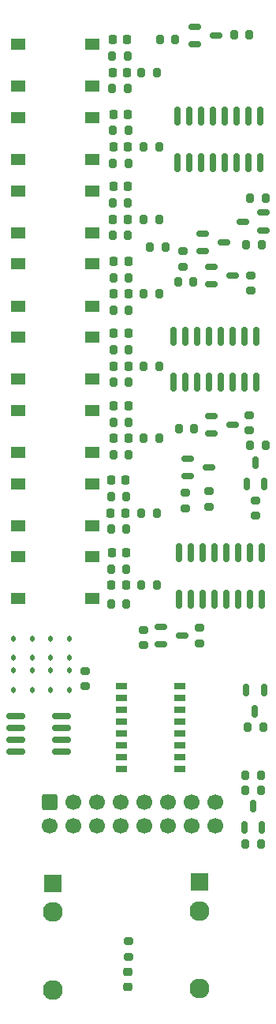
<source format=gbr>
%TF.GenerationSoftware,KiCad,Pcbnew,(7.0.0)*%
%TF.CreationDate,2023-03-14T07:08:31-07:00*%
%TF.ProjectId,wisseq,77697373-6571-42e6-9b69-6361645f7063,rev?*%
%TF.SameCoordinates,Original*%
%TF.FileFunction,Soldermask,Top*%
%TF.FilePolarity,Negative*%
%FSLAX46Y46*%
G04 Gerber Fmt 4.6, Leading zero omitted, Abs format (unit mm)*
G04 Created by KiCad (PCBNEW (7.0.0)) date 2023-03-14 07:08:31*
%MOMM*%
%LPD*%
G01*
G04 APERTURE LIST*
G04 Aperture macros list*
%AMRoundRect*
0 Rectangle with rounded corners*
0 $1 Rounding radius*
0 $2 $3 $4 $5 $6 $7 $8 $9 X,Y pos of 4 corners*
0 Add a 4 corners polygon primitive as box body*
4,1,4,$2,$3,$4,$5,$6,$7,$8,$9,$2,$3,0*
0 Add four circle primitives for the rounded corners*
1,1,$1+$1,$2,$3*
1,1,$1+$1,$4,$5*
1,1,$1+$1,$6,$7*
1,1,$1+$1,$8,$9*
0 Add four rect primitives between the rounded corners*
20,1,$1+$1,$2,$3,$4,$5,0*
20,1,$1+$1,$4,$5,$6,$7,0*
20,1,$1+$1,$6,$7,$8,$9,0*
20,1,$1+$1,$8,$9,$2,$3,0*%
G04 Aperture macros list end*
%ADD10RoundRect,0.250000X-0.600000X0.600000X-0.600000X-0.600000X0.600000X-0.600000X0.600000X0.600000X0*%
%ADD11C,1.700000*%
%ADD12R,1.300000X0.800000*%
%ADD13RoundRect,0.150000X-0.825000X-0.150000X0.825000X-0.150000X0.825000X0.150000X-0.825000X0.150000X0*%
%ADD14RoundRect,0.150000X-0.150000X0.825000X-0.150000X-0.825000X0.150000X-0.825000X0.150000X0.825000X0*%
%ADD15RoundRect,0.150000X0.150000X-0.825000X0.150000X0.825000X-0.150000X0.825000X-0.150000X-0.825000X0*%
%ADD16R,1.550000X1.300000*%
%ADD17RoundRect,0.200000X0.275000X-0.200000X0.275000X0.200000X-0.275000X0.200000X-0.275000X-0.200000X0*%
%ADD18RoundRect,0.200000X-0.200000X-0.275000X0.200000X-0.275000X0.200000X0.275000X-0.200000X0.275000X0*%
%ADD19RoundRect,0.200000X0.200000X0.275000X-0.200000X0.275000X-0.200000X-0.275000X0.200000X-0.275000X0*%
%ADD20RoundRect,0.200000X-0.275000X0.200000X-0.275000X-0.200000X0.275000X-0.200000X0.275000X0.200000X0*%
%ADD21RoundRect,0.150000X-0.150000X0.512500X-0.150000X-0.512500X0.150000X-0.512500X0.150000X0.512500X0*%
%ADD22RoundRect,0.150000X0.150000X-0.512500X0.150000X0.512500X-0.150000X0.512500X-0.150000X-0.512500X0*%
%ADD23RoundRect,0.150000X-0.512500X-0.150000X0.512500X-0.150000X0.512500X0.150000X-0.512500X0.150000X0*%
%ADD24RoundRect,0.150000X0.512500X0.150000X-0.512500X0.150000X-0.512500X-0.150000X0.512500X-0.150000X0*%
%ADD25R,1.930000X1.830000*%
%ADD26C,2.130000*%
%ADD27RoundRect,0.218750X-0.256250X0.218750X-0.256250X-0.218750X0.256250X-0.218750X0.256250X0.218750X0*%
%ADD28RoundRect,0.112500X-0.112500X0.187500X-0.112500X-0.187500X0.112500X-0.187500X0.112500X0.187500X0*%
%ADD29RoundRect,0.112500X0.112500X-0.187500X0.112500X0.187500X-0.112500X0.187500X-0.112500X-0.187500X0*%
%ADD30RoundRect,0.218750X0.218750X0.256250X-0.218750X0.256250X-0.218750X-0.256250X0.218750X-0.256250X0*%
%ADD31RoundRect,0.225000X0.225000X0.250000X-0.225000X0.250000X-0.225000X-0.250000X0.225000X-0.250000X0*%
G04 APERTURE END LIST*
D10*
%TO.C,J1*%
X26110000Y-114247500D03*
D11*
X26110000Y-116787500D03*
X28650000Y-114247500D03*
X28650000Y-116787500D03*
X31190000Y-114247500D03*
X31190000Y-116787500D03*
X33730000Y-114247500D03*
X33730000Y-116787500D03*
X36270000Y-114247500D03*
X36270000Y-116787500D03*
X38810000Y-114247500D03*
X38810000Y-116787500D03*
X41350000Y-114247500D03*
X41350000Y-116787500D03*
X43890000Y-114247500D03*
X43890000Y-116787500D03*
%TD*%
D12*
%TO.C,U5*%
X33849999Y-101799999D03*
X33849999Y-103079999D03*
X33849999Y-104339999D03*
X33849999Y-105609999D03*
X33849999Y-106889999D03*
X33849999Y-108159999D03*
X33849999Y-109419999D03*
X33849999Y-110699999D03*
X40149999Y-110699999D03*
X40149999Y-109419999D03*
X40149999Y-108159999D03*
X40149999Y-106889999D03*
X40149999Y-105609999D03*
X40149999Y-104339999D03*
X40149999Y-103079999D03*
X40149999Y-101799999D03*
%TD*%
D13*
%TO.C,U4*%
X22500000Y-105000000D03*
X22500000Y-106270000D03*
X22500000Y-107540000D03*
X22500000Y-108810000D03*
X27450000Y-108810000D03*
X27450000Y-107540000D03*
X27450000Y-106270000D03*
X27450000Y-105000000D03*
%TD*%
D14*
%TO.C,U3*%
X48945000Y-87525000D03*
X47675000Y-87525000D03*
X46405000Y-87525000D03*
X45135000Y-87525000D03*
X43865000Y-87525000D03*
X42595000Y-87525000D03*
X41325000Y-87525000D03*
X40055000Y-87525000D03*
X40055000Y-92475000D03*
X41325000Y-92475000D03*
X42595000Y-92475000D03*
X43865000Y-92475000D03*
X45135000Y-92475000D03*
X46405000Y-92475000D03*
X47675000Y-92475000D03*
X48945000Y-92475000D03*
%TD*%
D15*
%TO.C,U2*%
X39480000Y-69225000D03*
X40750000Y-69225000D03*
X42020000Y-69225000D03*
X43290000Y-69225000D03*
X44560000Y-69225000D03*
X45830000Y-69225000D03*
X47100000Y-69225000D03*
X48370000Y-69225000D03*
X48370000Y-64275000D03*
X47100000Y-64275000D03*
X45830000Y-64275000D03*
X44560000Y-64275000D03*
X43290000Y-64275000D03*
X42020000Y-64275000D03*
X40750000Y-64275000D03*
X39480000Y-64275000D03*
%TD*%
D14*
%TO.C,U1*%
X48790000Y-40700000D03*
X47520000Y-40700000D03*
X46250000Y-40700000D03*
X44980000Y-40700000D03*
X43710000Y-40700000D03*
X42440000Y-40700000D03*
X41170000Y-40700000D03*
X39900000Y-40700000D03*
X39900000Y-45650000D03*
X41170000Y-45650000D03*
X42440000Y-45650000D03*
X43710000Y-45650000D03*
X44980000Y-45650000D03*
X46250000Y-45650000D03*
X47520000Y-45650000D03*
X48790000Y-45650000D03*
%TD*%
D16*
%TO.C,SW9*%
X22769999Y-87949999D03*
X30729999Y-87949999D03*
X22769999Y-92449999D03*
X30729999Y-92449999D03*
%TD*%
%TO.C,SW8*%
X22769999Y-80099999D03*
X30729999Y-80099999D03*
X22769999Y-84599999D03*
X30729999Y-84599999D03*
%TD*%
%TO.C,SW7*%
X22769999Y-72249999D03*
X30729999Y-72249999D03*
X22769999Y-76749999D03*
X30729999Y-76749999D03*
%TD*%
%TO.C,SW6*%
X22769999Y-64399999D03*
X30729999Y-64399999D03*
X22769999Y-68899999D03*
X30729999Y-68899999D03*
%TD*%
%TO.C,SW5*%
X22769999Y-56549999D03*
X30729999Y-56549999D03*
X22769999Y-61049999D03*
X30729999Y-61049999D03*
%TD*%
%TO.C,SW4*%
X22769999Y-48699999D03*
X30729999Y-48699999D03*
X22769999Y-53199999D03*
X30729999Y-53199999D03*
%TD*%
%TO.C,SW3*%
X22769999Y-40849999D03*
X30729999Y-40849999D03*
X22769999Y-45349999D03*
X30729999Y-45349999D03*
%TD*%
%TO.C,SW1*%
X22769999Y-32999999D03*
X30729999Y-32999999D03*
X22769999Y-37499999D03*
X30729999Y-37499999D03*
%TD*%
D17*
%TO.C,R46*%
X34600000Y-130825000D03*
X34600000Y-129175000D03*
%TD*%
D18*
%TO.C,R45*%
X47445000Y-106245000D03*
X49095000Y-106245000D03*
%TD*%
D19*
%TO.C,R44*%
X48805000Y-111355000D03*
X47155000Y-111355000D03*
%TD*%
D18*
%TO.C,R43*%
X47155000Y-112955000D03*
X48805000Y-112955000D03*
%TD*%
D19*
%TO.C,R42*%
X48805000Y-118755000D03*
X47155000Y-118755000D03*
%TD*%
D20*
%TO.C,R41*%
X30000000Y-100175000D03*
X30000000Y-101825000D03*
%TD*%
%TO.C,R40*%
X43250000Y-80925000D03*
X43250000Y-82575000D03*
%TD*%
D19*
%TO.C,R39*%
X49325000Y-76000000D03*
X47675000Y-76000000D03*
%TD*%
D20*
%TO.C,R38*%
X47600000Y-72750000D03*
X47600000Y-74400000D03*
%TD*%
D17*
%TO.C,R37*%
X42200000Y-97225000D03*
X42200000Y-95575000D03*
%TD*%
%TO.C,R36*%
X40750000Y-82750000D03*
X40750000Y-81100000D03*
%TD*%
%TO.C,R35*%
X48250000Y-83560000D03*
X48250000Y-81910000D03*
%TD*%
D18*
%TO.C,R34*%
X40000000Y-74250000D03*
X41650000Y-74250000D03*
%TD*%
D20*
%TO.C,R33*%
X36200000Y-95775000D03*
X36200000Y-97425000D03*
%TD*%
%TO.C,R32*%
X47750000Y-57750000D03*
X47750000Y-59400000D03*
%TD*%
%TO.C,R31*%
X40500000Y-55175000D03*
X40500000Y-56825000D03*
%TD*%
D18*
%TO.C,R30*%
X39925000Y-58500000D03*
X41575000Y-58500000D03*
%TD*%
%TO.C,R29*%
X36925000Y-54750000D03*
X38575000Y-54750000D03*
%TD*%
%TO.C,R28*%
X47250000Y-54500000D03*
X48900000Y-54500000D03*
%TD*%
%TO.C,R27*%
X36000000Y-91000000D03*
X37650000Y-91000000D03*
%TD*%
%TO.C,R26*%
X32750000Y-93000000D03*
X34400000Y-93000000D03*
%TD*%
%TO.C,R25*%
X32750000Y-89250000D03*
X34400000Y-89250000D03*
%TD*%
%TO.C,R24*%
X36000000Y-83250000D03*
X37650000Y-83250000D03*
%TD*%
%TO.C,R23*%
X32715000Y-85000000D03*
X34365000Y-85000000D03*
%TD*%
%TO.C,R22*%
X32715000Y-81500000D03*
X34365000Y-81500000D03*
%TD*%
%TO.C,R21*%
X36250000Y-75250000D03*
X37900000Y-75250000D03*
%TD*%
%TO.C,R20*%
X33000000Y-77000000D03*
X34650000Y-77000000D03*
%TD*%
%TO.C,R19*%
X33000000Y-73500000D03*
X34650000Y-73500000D03*
%TD*%
%TO.C,R18*%
X36250000Y-67500000D03*
X37900000Y-67500000D03*
%TD*%
%TO.C,R17*%
X33000000Y-69250000D03*
X34650000Y-69250000D03*
%TD*%
%TO.C,R16*%
X33000000Y-65750000D03*
X34650000Y-65750000D03*
%TD*%
%TO.C,R15*%
X36250000Y-59750000D03*
X37900000Y-59750000D03*
%TD*%
%TO.C,R14*%
X33000000Y-61500000D03*
X34650000Y-61500000D03*
%TD*%
%TO.C,R13*%
X33000000Y-58000000D03*
X34650000Y-58000000D03*
%TD*%
%TO.C,R12*%
X36250000Y-51750000D03*
X37900000Y-51750000D03*
%TD*%
%TO.C,R11*%
X32925000Y-53500000D03*
X34575000Y-53500000D03*
%TD*%
%TO.C,R10*%
X32925000Y-50000000D03*
X34575000Y-50000000D03*
%TD*%
%TO.C,R9*%
X36250000Y-44000000D03*
X37900000Y-44000000D03*
%TD*%
%TO.C,R8*%
X32950000Y-45750000D03*
X34600000Y-45750000D03*
%TD*%
%TO.C,R7*%
X32950000Y-42250000D03*
X34600000Y-42250000D03*
%TD*%
%TO.C,R6*%
X47675000Y-49500000D03*
X49325000Y-49500000D03*
%TD*%
%TO.C,R5*%
X38000000Y-32500000D03*
X39650000Y-32500000D03*
%TD*%
%TO.C,R4*%
X45925000Y-32000000D03*
X47575000Y-32000000D03*
%TD*%
%TO.C,R3*%
X36000000Y-36000000D03*
X37650000Y-36000000D03*
%TD*%
%TO.C,R2*%
X32850000Y-37750000D03*
X34500000Y-37750000D03*
%TD*%
%TO.C,R1*%
X32850000Y-34250000D03*
X34500000Y-34250000D03*
%TD*%
D21*
%TO.C,Q10*%
X49150000Y-102262500D03*
X47250000Y-102262500D03*
X48200000Y-104537500D03*
%TD*%
D22*
%TO.C,Q9*%
X47050000Y-116937500D03*
X48950000Y-116937500D03*
X48000000Y-114662500D03*
%TD*%
D23*
%TO.C,Q8*%
X41000000Y-77420000D03*
X41000000Y-79320000D03*
X43275000Y-78370000D03*
%TD*%
D22*
%TO.C,Q7*%
X47300000Y-80137500D03*
X49200000Y-80137500D03*
X48250000Y-77862500D03*
%TD*%
D23*
%TO.C,Q6*%
X43500000Y-72850000D03*
X43500000Y-74750000D03*
X45775000Y-73800000D03*
%TD*%
%TO.C,Q5*%
X38062500Y-95450000D03*
X38062500Y-97350000D03*
X40337500Y-96400000D03*
%TD*%
%TO.C,Q4*%
X43500000Y-56850000D03*
X43500000Y-58750000D03*
X45775000Y-57800000D03*
%TD*%
%TO.C,Q3*%
X42612500Y-53300000D03*
X42612500Y-55200000D03*
X44887500Y-54250000D03*
%TD*%
D24*
%TO.C,Q2*%
X49137500Y-52950000D03*
X49137500Y-51050000D03*
X46862500Y-52000000D03*
%TD*%
D23*
%TO.C,Q1*%
X41750000Y-31100000D03*
X41750000Y-33000000D03*
X44025000Y-32050000D03*
%TD*%
D25*
%TO.C,J3*%
X42249999Y-122849999D03*
D26*
X42250000Y-134250000D03*
X42250000Y-125950000D03*
%TD*%
D25*
%TO.C,J2*%
X26499999Y-122969999D03*
D26*
X26500000Y-134370000D03*
X26500000Y-126070000D03*
%TD*%
D27*
%TO.C,D17*%
X34500000Y-132462500D03*
X34500000Y-134037500D03*
%TD*%
D28*
%TO.C,D16*%
X22250000Y-100150000D03*
X22250000Y-102250000D03*
%TD*%
%TO.C,D15*%
X24250000Y-100150000D03*
X24250000Y-102250000D03*
%TD*%
%TO.C,D14*%
X26250000Y-100150000D03*
X26250000Y-102250000D03*
%TD*%
%TO.C,D13*%
X28250000Y-100150000D03*
X28250000Y-102250000D03*
%TD*%
D29*
%TO.C,D12*%
X28250000Y-98800000D03*
X28250000Y-96700000D03*
%TD*%
%TO.C,D11*%
X26250000Y-98800000D03*
X26250000Y-96700000D03*
%TD*%
%TO.C,D10*%
X24250000Y-98800000D03*
X24250000Y-96700000D03*
%TD*%
D30*
%TO.C,D9*%
X34322500Y-91000000D03*
X32747500Y-91000000D03*
%TD*%
%TO.C,D8*%
X34287500Y-83250000D03*
X32712500Y-83250000D03*
%TD*%
%TO.C,D7*%
X34612500Y-75250000D03*
X33037500Y-75250000D03*
%TD*%
%TO.C,D6*%
X34612500Y-67500000D03*
X33037500Y-67500000D03*
%TD*%
%TO.C,D5*%
X34612500Y-59750000D03*
X33037500Y-59750000D03*
%TD*%
%TO.C,D4*%
X34537500Y-51750000D03*
X32962500Y-51750000D03*
%TD*%
%TO.C,D3*%
X34562500Y-44000000D03*
X32987500Y-44000000D03*
%TD*%
D29*
%TO.C,D2*%
X22250000Y-98800000D03*
X22250000Y-96700000D03*
%TD*%
D30*
%TO.C,D1*%
X34462500Y-36000000D03*
X32887500Y-36000000D03*
%TD*%
D31*
%TO.C,C9*%
X34350000Y-87500000D03*
X32800000Y-87500000D03*
%TD*%
%TO.C,C8*%
X34315000Y-79750000D03*
X32765000Y-79750000D03*
%TD*%
%TO.C,C7*%
X34600000Y-71750000D03*
X33050000Y-71750000D03*
%TD*%
%TO.C,C6*%
X34600000Y-64000000D03*
X33050000Y-64000000D03*
%TD*%
%TO.C,C5*%
X34600000Y-56250000D03*
X33050000Y-56250000D03*
%TD*%
%TO.C,C4*%
X34525000Y-48250000D03*
X32975000Y-48250000D03*
%TD*%
%TO.C,C3*%
X34550000Y-40500000D03*
X33000000Y-40500000D03*
%TD*%
%TO.C,C1*%
X34450000Y-32500000D03*
X32900000Y-32500000D03*
%TD*%
M02*

</source>
